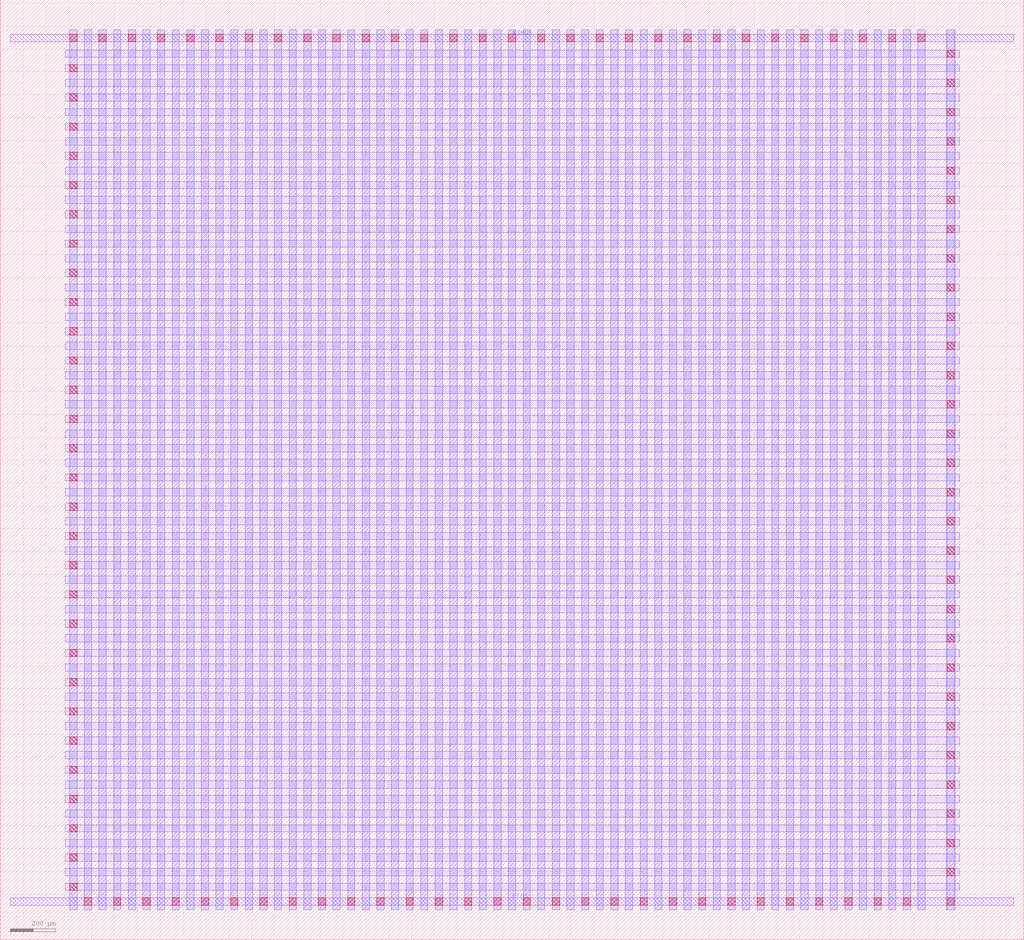
<source format=lef>
MACRO CAP_2T_8193393
  UNITS 
    DATABASE MICRONS UNITS 1000;
  END UNITS 
  ORIGIN 0 0 ;
  FOREIGN CAP_2T_8193393 0 0 ;
  SIZE 4480 BY 4116 ;
  PIN MINUS
    DIRECTION INOUT ;
    USE SIGNAL ;
    PORT
      LAYER M2 ;
        RECT 44 3932 4436 3964 ;
    END
  END MINUS
  PIN PLUS
    DIRECTION INOUT ;
    USE SIGNAL ;
    PORT
      LAYER M2 ;
        RECT 44 152 4436 184 ;
    END
  END PLUS
  OBS
    LAYER M1 ;
      RECT 304 132 336 3984 ;
    LAYER M1 ;
      RECT 368 132 400 3984 ;
    LAYER M1 ;
      RECT 432 132 464 3984 ;
    LAYER M1 ;
      RECT 496 132 528 3984 ;
    LAYER M1 ;
      RECT 560 132 592 3984 ;
    LAYER M1 ;
      RECT 624 132 656 3984 ;
    LAYER M1 ;
      RECT 688 132 720 3984 ;
    LAYER M1 ;
      RECT 752 132 784 3984 ;
    LAYER M1 ;
      RECT 816 132 848 3984 ;
    LAYER M1 ;
      RECT 880 132 912 3984 ;
    LAYER M1 ;
      RECT 944 132 976 3984 ;
    LAYER M1 ;
      RECT 1008 132 1040 3984 ;
    LAYER M1 ;
      RECT 1072 132 1104 3984 ;
    LAYER M1 ;
      RECT 1136 132 1168 3984 ;
    LAYER M1 ;
      RECT 1200 132 1232 3984 ;
    LAYER M1 ;
      RECT 1264 132 1296 3984 ;
    LAYER M1 ;
      RECT 1328 132 1360 3984 ;
    LAYER M1 ;
      RECT 1392 132 1424 3984 ;
    LAYER M1 ;
      RECT 1456 132 1488 3984 ;
    LAYER M1 ;
      RECT 1520 132 1552 3984 ;
    LAYER M1 ;
      RECT 1584 132 1616 3984 ;
    LAYER M1 ;
      RECT 1648 132 1680 3984 ;
    LAYER M1 ;
      RECT 1712 132 1744 3984 ;
    LAYER M1 ;
      RECT 1776 132 1808 3984 ;
    LAYER M1 ;
      RECT 1840 132 1872 3984 ;
    LAYER M1 ;
      RECT 1904 132 1936 3984 ;
    LAYER M1 ;
      RECT 1968 132 2000 3984 ;
    LAYER M1 ;
      RECT 2032 132 2064 3984 ;
    LAYER M1 ;
      RECT 2096 132 2128 3984 ;
    LAYER M1 ;
      RECT 2160 132 2192 3984 ;
    LAYER M1 ;
      RECT 2224 132 2256 3984 ;
    LAYER M1 ;
      RECT 2288 132 2320 3984 ;
    LAYER M1 ;
      RECT 2352 132 2384 3984 ;
    LAYER M1 ;
      RECT 2416 132 2448 3984 ;
    LAYER M1 ;
      RECT 2480 132 2512 3984 ;
    LAYER M1 ;
      RECT 2544 132 2576 3984 ;
    LAYER M1 ;
      RECT 2608 132 2640 3984 ;
    LAYER M1 ;
      RECT 2672 132 2704 3984 ;
    LAYER M1 ;
      RECT 2736 132 2768 3984 ;
    LAYER M1 ;
      RECT 2800 132 2832 3984 ;
    LAYER M1 ;
      RECT 2864 132 2896 3984 ;
    LAYER M1 ;
      RECT 2928 132 2960 3984 ;
    LAYER M1 ;
      RECT 2992 132 3024 3984 ;
    LAYER M1 ;
      RECT 3056 132 3088 3984 ;
    LAYER M1 ;
      RECT 3120 132 3152 3984 ;
    LAYER M1 ;
      RECT 3184 132 3216 3984 ;
    LAYER M1 ;
      RECT 3248 132 3280 3984 ;
    LAYER M1 ;
      RECT 3312 132 3344 3984 ;
    LAYER M1 ;
      RECT 3376 132 3408 3984 ;
    LAYER M1 ;
      RECT 3440 132 3472 3984 ;
    LAYER M1 ;
      RECT 3504 132 3536 3984 ;
    LAYER M1 ;
      RECT 3568 132 3600 3984 ;
    LAYER M1 ;
      RECT 3632 132 3664 3984 ;
    LAYER M1 ;
      RECT 3696 132 3728 3984 ;
    LAYER M1 ;
      RECT 3760 132 3792 3984 ;
    LAYER M1 ;
      RECT 3824 132 3856 3984 ;
    LAYER M1 ;
      RECT 3888 132 3920 3984 ;
    LAYER M1 ;
      RECT 3952 132 3984 3984 ;
    LAYER M1 ;
      RECT 4016 132 4048 3984 ;
    LAYER M1 ;
      RECT 4144 132 4176 3984 ;
    LAYER M2 ;
      RECT 284 216 4196 248 ;
    LAYER M2 ;
      RECT 284 280 4196 312 ;
    LAYER M2 ;
      RECT 284 344 4196 376 ;
    LAYER M2 ;
      RECT 284 408 4196 440 ;
    LAYER M2 ;
      RECT 284 472 4196 504 ;
    LAYER M2 ;
      RECT 284 536 4196 568 ;
    LAYER M2 ;
      RECT 284 600 4196 632 ;
    LAYER M2 ;
      RECT 284 664 4196 696 ;
    LAYER M2 ;
      RECT 284 728 4196 760 ;
    LAYER M2 ;
      RECT 284 792 4196 824 ;
    LAYER M2 ;
      RECT 284 856 4196 888 ;
    LAYER M2 ;
      RECT 284 920 4196 952 ;
    LAYER M2 ;
      RECT 284 984 4196 1016 ;
    LAYER M2 ;
      RECT 284 1048 4196 1080 ;
    LAYER M2 ;
      RECT 284 1112 4196 1144 ;
    LAYER M2 ;
      RECT 284 1176 4196 1208 ;
    LAYER M2 ;
      RECT 284 1240 4196 1272 ;
    LAYER M2 ;
      RECT 284 1304 4196 1336 ;
    LAYER M2 ;
      RECT 284 1368 4196 1400 ;
    LAYER M2 ;
      RECT 284 1432 4196 1464 ;
    LAYER M2 ;
      RECT 284 1496 4196 1528 ;
    LAYER M2 ;
      RECT 284 1560 4196 1592 ;
    LAYER M2 ;
      RECT 284 1624 4196 1656 ;
    LAYER M2 ;
      RECT 284 1688 4196 1720 ;
    LAYER M2 ;
      RECT 284 1752 4196 1784 ;
    LAYER M2 ;
      RECT 284 1816 4196 1848 ;
    LAYER M2 ;
      RECT 284 1880 4196 1912 ;
    LAYER M2 ;
      RECT 284 1944 4196 1976 ;
    LAYER M2 ;
      RECT 284 2008 4196 2040 ;
    LAYER M2 ;
      RECT 284 2072 4196 2104 ;
    LAYER M2 ;
      RECT 284 2136 4196 2168 ;
    LAYER M2 ;
      RECT 284 2200 4196 2232 ;
    LAYER M2 ;
      RECT 284 2264 4196 2296 ;
    LAYER M2 ;
      RECT 284 2328 4196 2360 ;
    LAYER M2 ;
      RECT 284 2392 4196 2424 ;
    LAYER M2 ;
      RECT 284 2456 4196 2488 ;
    LAYER M2 ;
      RECT 284 2520 4196 2552 ;
    LAYER M2 ;
      RECT 284 2584 4196 2616 ;
    LAYER M2 ;
      RECT 284 2648 4196 2680 ;
    LAYER M2 ;
      RECT 284 2712 4196 2744 ;
    LAYER M2 ;
      RECT 284 2776 4196 2808 ;
    LAYER M2 ;
      RECT 284 2840 4196 2872 ;
    LAYER M2 ;
      RECT 284 2904 4196 2936 ;
    LAYER M2 ;
      RECT 284 2968 4196 3000 ;
    LAYER M2 ;
      RECT 284 3032 4196 3064 ;
    LAYER M2 ;
      RECT 284 3096 4196 3128 ;
    LAYER M2 ;
      RECT 284 3160 4196 3192 ;
    LAYER M2 ;
      RECT 284 3224 4196 3256 ;
    LAYER M2 ;
      RECT 284 3288 4196 3320 ;
    LAYER M2 ;
      RECT 284 3352 4196 3384 ;
    LAYER M2 ;
      RECT 284 3416 4196 3448 ;
    LAYER M2 ;
      RECT 284 3480 4196 3512 ;
    LAYER M2 ;
      RECT 284 3544 4196 3576 ;
    LAYER M2 ;
      RECT 284 3608 4196 3640 ;
    LAYER M2 ;
      RECT 284 3672 4196 3704 ;
    LAYER M2 ;
      RECT 284 3736 4196 3768 ;
    LAYER M2 ;
      RECT 284 3800 4196 3832 ;
    LAYER M2 ;
      RECT 284 3864 4196 3896 ;
    LAYER V1 ;
      RECT 304 216 336 248 ;
    LAYER V1 ;
      RECT 304 344 336 376 ;
    LAYER V1 ;
      RECT 304 472 336 504 ;
    LAYER V1 ;
      RECT 304 600 336 632 ;
    LAYER V1 ;
      RECT 304 728 336 760 ;
    LAYER V1 ;
      RECT 304 856 336 888 ;
    LAYER V1 ;
      RECT 304 984 336 1016 ;
    LAYER V1 ;
      RECT 304 1112 336 1144 ;
    LAYER V1 ;
      RECT 304 1240 336 1272 ;
    LAYER V1 ;
      RECT 304 1368 336 1400 ;
    LAYER V1 ;
      RECT 304 1496 336 1528 ;
    LAYER V1 ;
      RECT 304 1624 336 1656 ;
    LAYER V1 ;
      RECT 304 1752 336 1784 ;
    LAYER V1 ;
      RECT 304 1880 336 1912 ;
    LAYER V1 ;
      RECT 304 2008 336 2040 ;
    LAYER V1 ;
      RECT 304 2136 336 2168 ;
    LAYER V1 ;
      RECT 304 2264 336 2296 ;
    LAYER V1 ;
      RECT 304 2392 336 2424 ;
    LAYER V1 ;
      RECT 304 2520 336 2552 ;
    LAYER V1 ;
      RECT 304 2648 336 2680 ;
    LAYER V1 ;
      RECT 304 2776 336 2808 ;
    LAYER V1 ;
      RECT 304 2904 336 2936 ;
    LAYER V1 ;
      RECT 304 3032 336 3064 ;
    LAYER V1 ;
      RECT 304 3160 336 3192 ;
    LAYER V1 ;
      RECT 304 3288 336 3320 ;
    LAYER V1 ;
      RECT 304 3416 336 3448 ;
    LAYER V1 ;
      RECT 304 3544 336 3576 ;
    LAYER V1 ;
      RECT 304 3672 336 3704 ;
    LAYER V1 ;
      RECT 304 3800 336 3832 ;
    LAYER V1 ;
      RECT 304 3932 336 3964 ;
    LAYER V1 ;
      RECT 368 152 400 184 ;
    LAYER V1 ;
      RECT 432 3932 464 3964 ;
    LAYER V1 ;
      RECT 496 152 528 184 ;
    LAYER V1 ;
      RECT 560 3932 592 3964 ;
    LAYER V1 ;
      RECT 624 152 656 184 ;
    LAYER V1 ;
      RECT 688 3932 720 3964 ;
    LAYER V1 ;
      RECT 752 152 784 184 ;
    LAYER V1 ;
      RECT 816 3932 848 3964 ;
    LAYER V1 ;
      RECT 880 152 912 184 ;
    LAYER V1 ;
      RECT 944 3932 976 3964 ;
    LAYER V1 ;
      RECT 1008 152 1040 184 ;
    LAYER V1 ;
      RECT 1072 3932 1104 3964 ;
    LAYER V1 ;
      RECT 1136 152 1168 184 ;
    LAYER V1 ;
      RECT 1200 3932 1232 3964 ;
    LAYER V1 ;
      RECT 1264 152 1296 184 ;
    LAYER V1 ;
      RECT 1328 3932 1360 3964 ;
    LAYER V1 ;
      RECT 1392 152 1424 184 ;
    LAYER V1 ;
      RECT 1456 3932 1488 3964 ;
    LAYER V1 ;
      RECT 1520 152 1552 184 ;
    LAYER V1 ;
      RECT 1584 3932 1616 3964 ;
    LAYER V1 ;
      RECT 1648 152 1680 184 ;
    LAYER V1 ;
      RECT 1712 3932 1744 3964 ;
    LAYER V1 ;
      RECT 1776 152 1808 184 ;
    LAYER V1 ;
      RECT 1840 3932 1872 3964 ;
    LAYER V1 ;
      RECT 1904 152 1936 184 ;
    LAYER V1 ;
      RECT 1968 3932 2000 3964 ;
    LAYER V1 ;
      RECT 2032 152 2064 184 ;
    LAYER V1 ;
      RECT 2096 3932 2128 3964 ;
    LAYER V1 ;
      RECT 2160 152 2192 184 ;
    LAYER V1 ;
      RECT 2224 3932 2256 3964 ;
    LAYER V1 ;
      RECT 2288 152 2320 184 ;
    LAYER V1 ;
      RECT 2352 3932 2384 3964 ;
    LAYER V1 ;
      RECT 2416 152 2448 184 ;
    LAYER V1 ;
      RECT 2480 3932 2512 3964 ;
    LAYER V1 ;
      RECT 2544 152 2576 184 ;
    LAYER V1 ;
      RECT 2608 3932 2640 3964 ;
    LAYER V1 ;
      RECT 2672 152 2704 184 ;
    LAYER V1 ;
      RECT 2736 3932 2768 3964 ;
    LAYER V1 ;
      RECT 2800 152 2832 184 ;
    LAYER V1 ;
      RECT 2864 3932 2896 3964 ;
    LAYER V1 ;
      RECT 2928 152 2960 184 ;
    LAYER V1 ;
      RECT 2992 3932 3024 3964 ;
    LAYER V1 ;
      RECT 3056 152 3088 184 ;
    LAYER V1 ;
      RECT 3120 3932 3152 3964 ;
    LAYER V1 ;
      RECT 3184 152 3216 184 ;
    LAYER V1 ;
      RECT 3248 3932 3280 3964 ;
    LAYER V1 ;
      RECT 3312 152 3344 184 ;
    LAYER V1 ;
      RECT 3376 3932 3408 3964 ;
    LAYER V1 ;
      RECT 3440 152 3472 184 ;
    LAYER V1 ;
      RECT 3504 3932 3536 3964 ;
    LAYER V1 ;
      RECT 3568 152 3600 184 ;
    LAYER V1 ;
      RECT 3632 3932 3664 3964 ;
    LAYER V1 ;
      RECT 3696 152 3728 184 ;
    LAYER V1 ;
      RECT 3760 3932 3792 3964 ;
    LAYER V1 ;
      RECT 3824 152 3856 184 ;
    LAYER V1 ;
      RECT 3888 3932 3920 3964 ;
    LAYER V1 ;
      RECT 3952 152 3984 184 ;
    LAYER V1 ;
      RECT 4016 3932 4048 3964 ;
    LAYER V1 ;
      RECT 4144 152 4176 184 ;
    LAYER V1 ;
      RECT 4144 280 4176 312 ;
    LAYER V1 ;
      RECT 4144 408 4176 440 ;
    LAYER V1 ;
      RECT 4144 536 4176 568 ;
    LAYER V1 ;
      RECT 4144 664 4176 696 ;
    LAYER V1 ;
      RECT 4144 792 4176 824 ;
    LAYER V1 ;
      RECT 4144 920 4176 952 ;
    LAYER V1 ;
      RECT 4144 1048 4176 1080 ;
    LAYER V1 ;
      RECT 4144 1176 4176 1208 ;
    LAYER V1 ;
      RECT 4144 1304 4176 1336 ;
    LAYER V1 ;
      RECT 4144 1432 4176 1464 ;
    LAYER V1 ;
      RECT 4144 1560 4176 1592 ;
    LAYER V1 ;
      RECT 4144 1688 4176 1720 ;
    LAYER V1 ;
      RECT 4144 1816 4176 1848 ;
    LAYER V1 ;
      RECT 4144 1944 4176 1976 ;
    LAYER V1 ;
      RECT 4144 2072 4176 2104 ;
    LAYER V1 ;
      RECT 4144 2200 4176 2232 ;
    LAYER V1 ;
      RECT 4144 2328 4176 2360 ;
    LAYER V1 ;
      RECT 4144 2456 4176 2488 ;
    LAYER V1 ;
      RECT 4144 2584 4176 2616 ;
    LAYER V1 ;
      RECT 4144 2712 4176 2744 ;
    LAYER V1 ;
      RECT 4144 2840 4176 2872 ;
    LAYER V1 ;
      RECT 4144 2968 4176 3000 ;
    LAYER V1 ;
      RECT 4144 3096 4176 3128 ;
    LAYER V1 ;
      RECT 4144 3224 4176 3256 ;
    LAYER V1 ;
      RECT 4144 3352 4176 3384 ;
    LAYER V1 ;
      RECT 4144 3480 4176 3512 ;
    LAYER V1 ;
      RECT 4144 3608 4176 3640 ;
    LAYER V1 ;
      RECT 4144 3736 4176 3768 ;
    LAYER V1 ;
      RECT 4144 3864 4176 3896 ;
    LAYER M3 ;
      RECT 304 132 336 3984 ;
    LAYER M3 ;
      RECT 368 132 400 3984 ;
    LAYER M3 ;
      RECT 432 132 464 3984 ;
    LAYER M3 ;
      RECT 496 132 528 3984 ;
    LAYER M3 ;
      RECT 560 132 592 3984 ;
    LAYER M3 ;
      RECT 624 132 656 3984 ;
    LAYER M3 ;
      RECT 688 132 720 3984 ;
    LAYER M3 ;
      RECT 752 132 784 3984 ;
    LAYER M3 ;
      RECT 816 132 848 3984 ;
    LAYER M3 ;
      RECT 880 132 912 3984 ;
    LAYER M3 ;
      RECT 944 132 976 3984 ;
    LAYER M3 ;
      RECT 1008 132 1040 3984 ;
    LAYER M3 ;
      RECT 1072 132 1104 3984 ;
    LAYER M3 ;
      RECT 1136 132 1168 3984 ;
    LAYER M3 ;
      RECT 1200 132 1232 3984 ;
    LAYER M3 ;
      RECT 1264 132 1296 3984 ;
    LAYER M3 ;
      RECT 1328 132 1360 3984 ;
    LAYER M3 ;
      RECT 1392 132 1424 3984 ;
    LAYER M3 ;
      RECT 1456 132 1488 3984 ;
    LAYER M3 ;
      RECT 1520 132 1552 3984 ;
    LAYER M3 ;
      RECT 1584 132 1616 3984 ;
    LAYER M3 ;
      RECT 1648 132 1680 3984 ;
    LAYER M3 ;
      RECT 1712 132 1744 3984 ;
    LAYER M3 ;
      RECT 1776 132 1808 3984 ;
    LAYER M3 ;
      RECT 1840 132 1872 3984 ;
    LAYER M3 ;
      RECT 1904 132 1936 3984 ;
    LAYER M3 ;
      RECT 1968 132 2000 3984 ;
    LAYER M3 ;
      RECT 2032 132 2064 3984 ;
    LAYER M3 ;
      RECT 2096 132 2128 3984 ;
    LAYER M3 ;
      RECT 2160 132 2192 3984 ;
    LAYER M3 ;
      RECT 2224 132 2256 3984 ;
    LAYER M3 ;
      RECT 2288 132 2320 3984 ;
    LAYER M3 ;
      RECT 2352 132 2384 3984 ;
    LAYER M3 ;
      RECT 2416 132 2448 3984 ;
    LAYER M3 ;
      RECT 2480 132 2512 3984 ;
    LAYER M3 ;
      RECT 2544 132 2576 3984 ;
    LAYER M3 ;
      RECT 2608 132 2640 3984 ;
    LAYER M3 ;
      RECT 2672 132 2704 3984 ;
    LAYER M3 ;
      RECT 2736 132 2768 3984 ;
    LAYER M3 ;
      RECT 2800 132 2832 3984 ;
    LAYER M3 ;
      RECT 2864 132 2896 3984 ;
    LAYER M3 ;
      RECT 2928 132 2960 3984 ;
    LAYER M3 ;
      RECT 2992 132 3024 3984 ;
    LAYER M3 ;
      RECT 3056 132 3088 3984 ;
    LAYER M3 ;
      RECT 3120 132 3152 3984 ;
    LAYER M3 ;
      RECT 3184 132 3216 3984 ;
    LAYER M3 ;
      RECT 3248 132 3280 3984 ;
    LAYER M3 ;
      RECT 3312 132 3344 3984 ;
    LAYER M3 ;
      RECT 3376 132 3408 3984 ;
    LAYER M3 ;
      RECT 3440 132 3472 3984 ;
    LAYER M3 ;
      RECT 3504 132 3536 3984 ;
    LAYER M3 ;
      RECT 3568 132 3600 3984 ;
    LAYER M3 ;
      RECT 3632 132 3664 3984 ;
    LAYER M3 ;
      RECT 3696 132 3728 3984 ;
    LAYER M3 ;
      RECT 3760 132 3792 3984 ;
    LAYER M3 ;
      RECT 3824 132 3856 3984 ;
    LAYER M3 ;
      RECT 3888 132 3920 3984 ;
    LAYER M3 ;
      RECT 3952 132 3984 3984 ;
    LAYER M3 ;
      RECT 4016 132 4048 3984 ;
    LAYER M3 ;
      RECT 4140 132 4180 3984 ;
    LAYER V2 ;
      RECT 304 216 336 248 ;
    LAYER V2 ;
      RECT 304 344 336 376 ;
    LAYER V2 ;
      RECT 304 472 336 504 ;
    LAYER V2 ;
      RECT 304 600 336 632 ;
    LAYER V2 ;
      RECT 304 728 336 760 ;
    LAYER V2 ;
      RECT 304 856 336 888 ;
    LAYER V2 ;
      RECT 304 984 336 1016 ;
    LAYER V2 ;
      RECT 304 1112 336 1144 ;
    LAYER V2 ;
      RECT 304 1240 336 1272 ;
    LAYER V2 ;
      RECT 304 1368 336 1400 ;
    LAYER V2 ;
      RECT 304 1496 336 1528 ;
    LAYER V2 ;
      RECT 304 1624 336 1656 ;
    LAYER V2 ;
      RECT 304 1752 336 1784 ;
    LAYER V2 ;
      RECT 304 1880 336 1912 ;
    LAYER V2 ;
      RECT 304 2008 336 2040 ;
    LAYER V2 ;
      RECT 304 2136 336 2168 ;
    LAYER V2 ;
      RECT 304 2264 336 2296 ;
    LAYER V2 ;
      RECT 304 2392 336 2424 ;
    LAYER V2 ;
      RECT 304 2520 336 2552 ;
    LAYER V2 ;
      RECT 304 2648 336 2680 ;
    LAYER V2 ;
      RECT 304 2776 336 2808 ;
    LAYER V2 ;
      RECT 304 2904 336 2936 ;
    LAYER V2 ;
      RECT 304 3032 336 3064 ;
    LAYER V2 ;
      RECT 304 3160 336 3192 ;
    LAYER V2 ;
      RECT 304 3288 336 3320 ;
    LAYER V2 ;
      RECT 304 3416 336 3448 ;
    LAYER V2 ;
      RECT 304 3544 336 3576 ;
    LAYER V2 ;
      RECT 304 3672 336 3704 ;
    LAYER V2 ;
      RECT 304 3800 336 3832 ;
    LAYER V2 ;
      RECT 304 3932 336 3964 ;
    LAYER V2 ;
      RECT 368 152 400 184 ;
    LAYER V2 ;
      RECT 432 3932 464 3964 ;
    LAYER V2 ;
      RECT 496 152 528 184 ;
    LAYER V2 ;
      RECT 560 3932 592 3964 ;
    LAYER V2 ;
      RECT 624 152 656 184 ;
    LAYER V2 ;
      RECT 688 3932 720 3964 ;
    LAYER V2 ;
      RECT 752 152 784 184 ;
    LAYER V2 ;
      RECT 816 3932 848 3964 ;
    LAYER V2 ;
      RECT 880 152 912 184 ;
    LAYER V2 ;
      RECT 944 3932 976 3964 ;
    LAYER V2 ;
      RECT 1008 152 1040 184 ;
    LAYER V2 ;
      RECT 1072 3932 1104 3964 ;
    LAYER V2 ;
      RECT 1136 152 1168 184 ;
    LAYER V2 ;
      RECT 1200 3932 1232 3964 ;
    LAYER V2 ;
      RECT 1264 152 1296 184 ;
    LAYER V2 ;
      RECT 1328 3932 1360 3964 ;
    LAYER V2 ;
      RECT 1392 152 1424 184 ;
    LAYER V2 ;
      RECT 1456 3932 1488 3964 ;
    LAYER V2 ;
      RECT 1520 152 1552 184 ;
    LAYER V2 ;
      RECT 1584 3932 1616 3964 ;
    LAYER V2 ;
      RECT 1648 152 1680 184 ;
    LAYER V2 ;
      RECT 1712 3932 1744 3964 ;
    LAYER V2 ;
      RECT 1776 152 1808 184 ;
    LAYER V2 ;
      RECT 1840 3932 1872 3964 ;
    LAYER V2 ;
      RECT 1904 152 1936 184 ;
    LAYER V2 ;
      RECT 1968 3932 2000 3964 ;
    LAYER V2 ;
      RECT 2032 152 2064 184 ;
    LAYER V2 ;
      RECT 2096 3932 2128 3964 ;
    LAYER V2 ;
      RECT 2160 152 2192 184 ;
    LAYER V2 ;
      RECT 2224 3932 2256 3964 ;
    LAYER V2 ;
      RECT 2288 152 2320 184 ;
    LAYER V2 ;
      RECT 2352 3932 2384 3964 ;
    LAYER V2 ;
      RECT 2416 152 2448 184 ;
    LAYER V2 ;
      RECT 2480 3932 2512 3964 ;
    LAYER V2 ;
      RECT 2544 152 2576 184 ;
    LAYER V2 ;
      RECT 2608 3932 2640 3964 ;
    LAYER V2 ;
      RECT 2672 152 2704 184 ;
    LAYER V2 ;
      RECT 2736 3932 2768 3964 ;
    LAYER V2 ;
      RECT 2800 152 2832 184 ;
    LAYER V2 ;
      RECT 2864 3932 2896 3964 ;
    LAYER V2 ;
      RECT 2928 152 2960 184 ;
    LAYER V2 ;
      RECT 2992 3932 3024 3964 ;
    LAYER V2 ;
      RECT 3056 152 3088 184 ;
    LAYER V2 ;
      RECT 3120 3932 3152 3964 ;
    LAYER V2 ;
      RECT 3184 152 3216 184 ;
    LAYER V2 ;
      RECT 3248 3932 3280 3964 ;
    LAYER V2 ;
      RECT 3312 152 3344 184 ;
    LAYER V2 ;
      RECT 3376 3932 3408 3964 ;
    LAYER V2 ;
      RECT 3440 152 3472 184 ;
    LAYER V2 ;
      RECT 3504 3932 3536 3964 ;
    LAYER V2 ;
      RECT 3568 152 3600 184 ;
    LAYER V2 ;
      RECT 3632 3932 3664 3964 ;
    LAYER V2 ;
      RECT 3696 152 3728 184 ;
    LAYER V2 ;
      RECT 3760 3932 3792 3964 ;
    LAYER V2 ;
      RECT 3824 152 3856 184 ;
    LAYER V2 ;
      RECT 3888 3932 3920 3964 ;
    LAYER V2 ;
      RECT 3952 152 3984 184 ;
    LAYER V2 ;
      RECT 4016 3932 4048 3964 ;
    LAYER V2 ;
      RECT 4144 152 4176 184 ;
    LAYER V2 ;
      RECT 4144 280 4176 312 ;
    LAYER V2 ;
      RECT 4144 408 4176 440 ;
    LAYER V2 ;
      RECT 4144 536 4176 568 ;
    LAYER V2 ;
      RECT 4144 664 4176 696 ;
    LAYER V2 ;
      RECT 4144 792 4176 824 ;
    LAYER V2 ;
      RECT 4144 920 4176 952 ;
    LAYER V2 ;
      RECT 4144 1048 4176 1080 ;
    LAYER V2 ;
      RECT 4144 1176 4176 1208 ;
    LAYER V2 ;
      RECT 4144 1304 4176 1336 ;
    LAYER V2 ;
      RECT 4144 1432 4176 1464 ;
    LAYER V2 ;
      RECT 4144 1560 4176 1592 ;
    LAYER V2 ;
      RECT 4144 1688 4176 1720 ;
    LAYER V2 ;
      RECT 4144 1816 4176 1848 ;
    LAYER V2 ;
      RECT 4144 1944 4176 1976 ;
    LAYER V2 ;
      RECT 4144 2072 4176 2104 ;
    LAYER V2 ;
      RECT 4144 2200 4176 2232 ;
    LAYER V2 ;
      RECT 4144 2328 4176 2360 ;
    LAYER V2 ;
      RECT 4144 2456 4176 2488 ;
    LAYER V2 ;
      RECT 4144 2584 4176 2616 ;
    LAYER V2 ;
      RECT 4144 2712 4176 2744 ;
    LAYER V2 ;
      RECT 4144 2840 4176 2872 ;
    LAYER V2 ;
      RECT 4144 2968 4176 3000 ;
    LAYER V2 ;
      RECT 4144 3096 4176 3128 ;
    LAYER V2 ;
      RECT 4144 3224 4176 3256 ;
    LAYER V2 ;
      RECT 4144 3352 4176 3384 ;
    LAYER V2 ;
      RECT 4144 3480 4176 3512 ;
    LAYER V2 ;
      RECT 4144 3608 4176 3640 ;
    LAYER V2 ;
      RECT 4144 3736 4176 3768 ;
    LAYER V2 ;
      RECT 4144 3864 4176 3896 ;
  END
END CAP_2T_8193393

</source>
